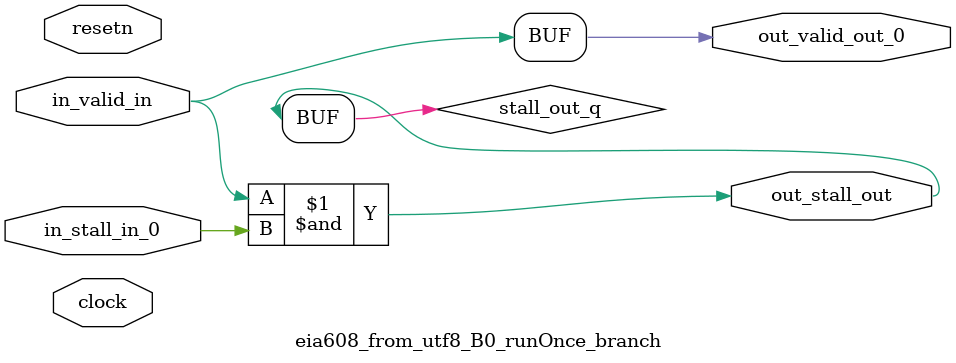
<source format=sv>



(* altera_attribute = "-name AUTO_SHIFT_REGISTER_RECOGNITION OFF; -name MESSAGE_DISABLE 10036; -name MESSAGE_DISABLE 10037; -name MESSAGE_DISABLE 14130; -name MESSAGE_DISABLE 14320; -name MESSAGE_DISABLE 15400; -name MESSAGE_DISABLE 14130; -name MESSAGE_DISABLE 10036; -name MESSAGE_DISABLE 12020; -name MESSAGE_DISABLE 12030; -name MESSAGE_DISABLE 12010; -name MESSAGE_DISABLE 12110; -name MESSAGE_DISABLE 14320; -name MESSAGE_DISABLE 13410; -name MESSAGE_DISABLE 113007; -name MESSAGE_DISABLE 10958" *)
module eia608_from_utf8_B0_runOnce_branch (
    input wire [0:0] in_stall_in_0,
    input wire [0:0] in_valid_in,
    output wire [0:0] out_stall_out,
    output wire [0:0] out_valid_out_0,
    input wire clock,
    input wire resetn
    );

    wire [0:0] stall_out_q;


    // stall_out(LOGICAL,6)
    assign stall_out_q = in_valid_in & in_stall_in_0;

    // out_stall_out(GPOUT,4)
    assign out_stall_out = stall_out_q;

    // out_valid_out_0(GPOUT,5)
    assign out_valid_out_0 = in_valid_in;

endmodule

</source>
